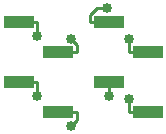
<source format=gbl>
G04 #@! TF.FileFunction,Copper,L2,Bot,Signal*
%FSLAX46Y46*%
G04 Gerber Fmt 4.6, Leading zero omitted, Abs format (unit mm)*
G04 Created by KiCad (PCBNEW 4.0.7-e2-6376~58~ubuntu16.04.1) date Sat Jan 13 09:37:07 2018*
%MOMM*%
%LPD*%
G01*
G04 APERTURE LIST*
%ADD10C,0.100000*%
%ADD11R,2.510000X1.000000*%
%ADD12C,0.850000*%
%ADD13C,0.250000*%
G04 APERTURE END LIST*
D10*
D11*
X154813000Y-103734000D03*
X154813000Y-108814000D03*
X151503000Y-101194000D03*
X151503000Y-106274000D03*
X162433000Y-103759000D03*
X162433000Y-108839000D03*
X159123000Y-101219000D03*
X159123000Y-106299000D03*
D12*
X155885700Y-102591400D03*
X155890000Y-109964500D03*
X153083300Y-102333400D03*
X153083300Y-107417800D03*
X158933800Y-99959100D03*
X160852700Y-102584100D03*
X159123000Y-107429700D03*
X160852700Y-107673900D03*
D13*
X154813000Y-103734000D02*
X156393300Y-103734000D01*
X156393300Y-103099000D02*
X155885700Y-102591400D01*
X156393300Y-103734000D02*
X156393300Y-103099000D01*
X154813000Y-108814000D02*
X156393300Y-108814000D01*
X156393300Y-109461200D02*
X155890000Y-109964500D01*
X156393300Y-108814000D02*
X156393300Y-109461200D01*
X151503000Y-101194000D02*
X153083300Y-101194000D01*
X153083300Y-101194000D02*
X153083300Y-102333400D01*
X151503000Y-106274000D02*
X153083300Y-106274000D01*
X153083300Y-106274000D02*
X153083300Y-107417800D01*
X158933800Y-99959200D02*
X158933800Y-99959100D01*
X158133300Y-99959200D02*
X158933800Y-99959200D01*
X157542700Y-100549800D02*
X158133300Y-99959200D01*
X157542700Y-101219000D02*
X157542700Y-100549800D01*
X159123000Y-101219000D02*
X157542700Y-101219000D01*
X162433000Y-103759000D02*
X160852700Y-103759000D01*
X160852700Y-103759000D02*
X160852700Y-102584100D01*
X159123000Y-106299000D02*
X159123000Y-107429700D01*
X162433000Y-108839000D02*
X160852700Y-108839000D01*
X160852700Y-107673900D02*
X160852700Y-108839000D01*
M02*

</source>
